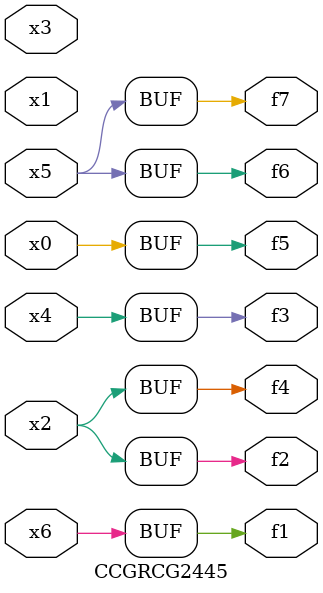
<source format=v>
module CCGRCG2445(
	input x0, x1, x2, x3, x4, x5, x6,
	output f1, f2, f3, f4, f5, f6, f7
);
	assign f1 = x6;
	assign f2 = x2;
	assign f3 = x4;
	assign f4 = x2;
	assign f5 = x0;
	assign f6 = x5;
	assign f7 = x5;
endmodule

</source>
